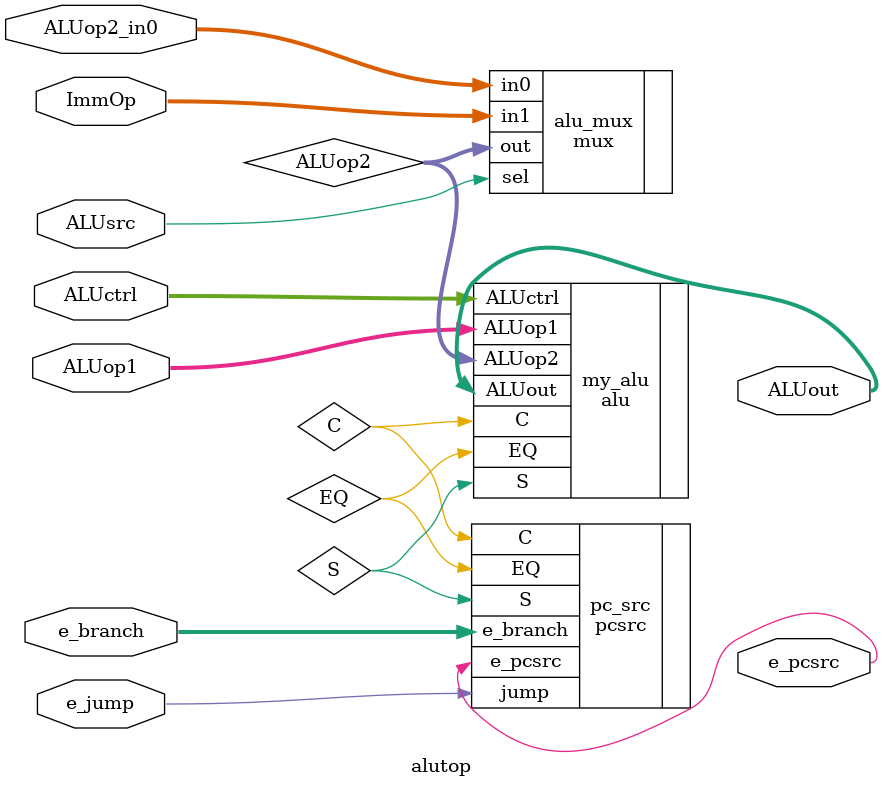
<source format=sv>
module alutop(              
    input logic [31:0] ImmOp,                
    input logic ALUsrc,
    input logic [31:0] ALUop1,
    input logic [31:0] ALUop2_in0,               
    input logic [3:0] ALUctrl,  // ALU control signal
    input logic [3:0] e_branch,
    input logic e_jump,
    output logic [31:0] ALUout,
    output logic e_pcsrc

);
    logic [31:0] ALUop2;
    logic EQ;
    logic C;
    logic S;  

    pcsrc pc_src(
        .e_branch(e_branch),
        .jump(e_jump),
        .EQ(EQ),
        .S(S),
        .C(C),
        .e_pcsrc(e_pcsrc)

    );

    // ALU Operand Multiplexer
    mux alu_mux (
        .in0(ALUop2_in0),
        .in1(ImmOp),
        .sel(ALUsrc),
        .out(ALUop2)
    );

    // ALU Instantiation
    alu my_alu (
        .ALUop1(ALUop1),          
        .ALUop2(ALUop2),       
        .ALUctrl(ALUctrl),  // Connect ALU control signal
        .ALUout(ALUout), 
        .EQ(EQ),             // Check if there is a branch or not
        .C(C),             //check for carry
        .S(S)              //check sign flag
        
    );

endmodule


</source>
